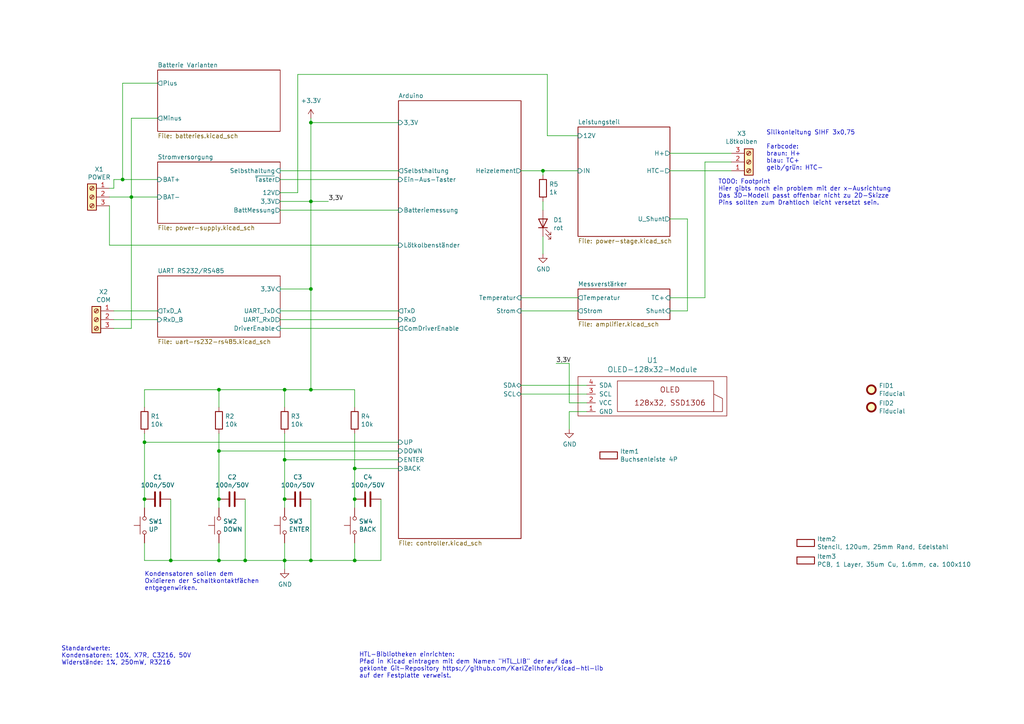
<source format=kicad_sch>
(kicad_sch (version 20211123) (generator eeschema)
  (paper "A4")
  (title_block (title "HTL Lötregler Mini") (date "2021-09-22") (rev "22.0.0-dev") (company "HTL Steyr") (comment 1 "Prof. Karl Zeilhofer et al."))
  (lib_symbols
    (symbol "Connector:Screw_Terminal_01x03" (pin_names (offset 1.016) hide)
      (property "Reference" "J" (at 0 5.08 0))
      (property "Value" "Screw_Terminal_01x03" (at 0 -5.08 0))
      (symbol "Screw_Terminal_01x03_1_1"
        (rectangle (start -1.27 3.81) (end 1.27 -3.81) (stroke (width 0.254)) (fill (type background)))
        (circle (center 0 -2.54) (radius 0.635) (stroke (width 0.1524)))
        (polyline (pts (xy -0.5334 -2.2098) (xy 0.3302 -3.048)) (stroke (width 0.1524)))
        (polyline (pts (xy -0.5334 0.3302) (xy 0.3302 -0.508)) (stroke (width 0.1524)))
        (polyline (pts (xy -0.5334 2.8702) (xy 0.3302 2.032)) (stroke (width 0.1524)))
        (polyline (pts (xy -0.3556 -2.032) (xy 0.508 -2.8702)) (stroke (width 0.1524)))
        (polyline (pts (xy -0.3556 0.508) (xy 0.508 -0.3302)) (stroke (width 0.1524)))
        (polyline (pts (xy -0.3556 3.048) (xy 0.508 2.2098)) (stroke (width 0.1524)))
        (circle (center 0 0) (radius 0.635) (stroke (width 0.1524)))
        (circle (center 0 2.54) (radius 0.635) (stroke (width 0.1524)))
        (pin passive line (at -5.08 2.54 0) (length 3.81) (name "Pin_1") (number "1"))
        (pin passive line (at -5.08 0 0) (length 3.81) (name "Pin_2") (number "2"))
        (pin passive line (at -5.08 -2.54 0) (length 3.81) (name "Pin_3") (number "3"))
      )
    )
    (symbol "Device:C" (pin_numbers hide) (pin_names (offset 0.254))
      (property "Reference" "C" (at 0.635 2.54 0))
      (property "Value" "C" (at 0.635 -2.54 0))
      (symbol "C_0_1"
        (polyline (pts (xy -2.032 -0.762) (xy 2.032 -0.762)) (stroke (width 0.508)))
        (polyline (pts (xy -2.032 0.762) (xy 2.032 0.762)) (stroke (width 0.508)))
      )
      (symbol "C_1_1"
        (pin passive line (at 0 3.81 270) (length 2.794) (name "~") (number "1"))
        (pin passive line (at 0 -3.81 90) (length 2.794) (name "~") (number "2"))
      )
    )
    (symbol "Device:LED" (pin_numbers hide) (pin_names (offset 1.016) hide)
      (property "Reference" "D" (at 0 2.54 0))
      (property "Value" "LED" (at 0 -2.54 0))
      (symbol "LED_0_1"
        (polyline (pts (xy -1.27 -1.27) (xy -1.27 1.27)) (stroke (width 0.254)))
        (polyline (pts (xy -1.27 0) (xy 1.27 0)))
        (polyline (pts (xy 1.27 -1.27) (xy 1.27 1.27) (xy -1.27 0) (xy 1.27 -1.27)) (stroke (width 0.254)))
        (polyline (pts (xy -3.048 -0.762) (xy -4.572 -2.286) (xy -3.81 -2.286) (xy -4.572 -2.286) (xy -4.572 -1.524)))
        (polyline (pts (xy -1.778 -0.762) (xy -3.302 -2.286) (xy -2.54 -2.286) (xy -3.302 -2.286) (xy -3.302 -1.524)))
      )
      (symbol "LED_1_1"
        (pin passive line (at -3.81 0 0) (length 2.54) (name "K") (number "1"))
        (pin passive line (at 3.81 0 180) (length 2.54) (name "A") (number "2"))
      )
    )
    (symbol "Device:R" (pin_numbers hide) (pin_names (offset 0))
      (property "Reference" "R" (at 2.032 0 90))
      (property "Value" "R" (at 0 0 90))
      (symbol "R_0_1"
        (rectangle (start -1.016 -2.54) (end 1.016 2.54) (stroke (width 0.254)))
      )
      (symbol "R_1_1"
        (pin passive line (at 0 3.81 270) (length 1.27) (name "~") (number "1"))
        (pin passive line (at 0 -3.81 90) (length 1.27) (name "~") (number "2"))
      )
    )
    (symbol "Mechanical:Fiducial"
      (property "Reference" "FID" (at 0 5.08 0))
      (property "Value" "Fiducial" (at 0 3.175 0))
      (symbol "Fiducial_0_1"
        (circle (center 0 0) (radius 1.27) (stroke (width 0.508)) (fill (type background)))
      )
    )
    (symbol "Switch:SW_Push" (pin_numbers hide) (pin_names (offset 1.016) hide)
      (property "Reference" "SW" (at 1.27 2.54 0))
      (property "Value" "SW_Push" (at 0 -1.524 0))
      (symbol "SW_Push_0_1"
        (circle (center -2.032 0) (radius 0.508))
        (polyline (pts (xy 0 1.27) (xy 0 3.048)))
        (polyline (pts (xy 2.54 1.27) (xy -2.54 1.27)))
        (circle (center 2.032 0) (radius 0.508))
        (pin passive line (at -5.08 0 0) (length 2.54) (name "1") (number "1"))
        (pin passive line (at 5.08 0 180) (length 2.54) (name "2") (number "2"))
      )
    )
    (symbol "htl_modules:OLED-128x32-Module" (pin_names (offset 1.016))
      (property "Reference" "U" (at -19.05 7.62 0))
      (property "Value" "OLED-128x32-Module" (at -1.27 -8.89 0))
      (symbol "OLED-128x32-Module_0_0"
        (text "128x32, SSD1306" (at 5.08 -2.54 0) (effects (font (size 1.524 1.524))))
        (text "OLED" (at 5.08 1.27 0) (effects (font (size 1.524 1.524))))
      )
      (symbol "OLED-128x32-Module_0_1"
        (rectangle (start -21.59 5.08) (end 21.59 -6.35))
        (rectangle (start -10.16 3.81) (end 17.78 -5.08))
        (polyline (pts (xy 17.78 -5.08) (xy 20.32 -5.08) (xy 20.32 -1.27) (xy 17.78 0)))
      )
      (symbol "OLED-128x32-Module_1_1"
        (pin power_in line (at -19.05 -5.08 0) (length 2.54) (name "GND") (number "1"))
        (pin power_in line (at -19.05 -2.54 0) (length 2.54) (name "VCC") (number "2"))
        (pin bidirectional line (at -19.05 0 0) (length 2.54) (name "SCL") (number "3"))
        (pin bidirectional line (at -19.05 2.54 0) (length 2.54) (name "SDA") (number "4"))
      )
    )
    (symbol "htl_virtual:Item" (pin_numbers hide) (pin_names (offset 0))
      (property "Reference" "Item" (at 0 2.032 0))
      (property "Value" "Item" (at 0 0 0))
      (symbol "Item_0_1"
        (rectangle (start 2.54 -1.016) (end -2.54 1.016) (stroke (width 0.254)))
      )
    )
    (symbol "power:+3.3V" (power) (pin_names (offset 0))
      (property "Value" "+3.3V" (at 0 3.556 0))
      (symbol "+3.3V_0_1"
        (polyline (pts (xy -0.762 1.27) (xy 0 2.54)))
        (polyline (pts (xy 0 0) (xy 0 2.54)))
        (polyline (pts (xy 0 2.54) (xy 0.762 1.27)))
      )
      (symbol "+3.3V_1_1"
        (pin power_in line (at 0 0 90) (length 0) hide (name "+3.3V") (number "1"))
      )
    )
    (symbol "power:GND" (power) (pin_names (offset 0))
      (property "Value" "GND" (at 0 -3.81 0))
      (symbol "GND_0_1"
        (polyline (pts (xy 0 0) (xy 0 -1.27) (xy 1.27 -1.27) (xy 0 -2.54) (xy -1.27 -1.27) (xy 0 -1.27)))
      )
      (symbol "GND_1_1"
        (pin power_in line (at 0 0 270) (length 0) hide (name "GND") (number "1"))
      )
    )
  )
  (junction (at 63.5 144.78))
  (junction (at 102.87 135.89))
  (junction (at 49.53 162.56))
  (junction (at 102.87 162.56))
  (junction (at 63.5 130.81))
  (junction (at 102.87 144.78))
  (junction (at 157.48 49.53))
  (junction (at 82.55 162.56))
  (junction (at 82.55 113.03))
  (junction (at 38.1 57.15))
  (junction (at 82.55 144.78))
  (junction (at 82.55 133.35))
  (junction (at 63.5 113.03))
  (junction (at 35.56 52.07))
  (junction (at 63.5 162.56))
  (junction (at 90.17 113.03))
  (junction (at 41.91 128.27))
  (junction (at 90.17 162.56))
  (junction (at 90.17 83.82))
  (junction (at 41.91 144.78))
  (junction (at 90.17 35.56))
  (junction (at 71.12 162.56))
  (junction (at 90.17 58.42))
  (wire (pts (xy 199.39 63.5) (xy 199.39 90.17)))
  (wire (pts (xy 81.28 95.25) (xy 115.57 95.25)))
  (wire (pts (xy 82.55 157.48) (xy 82.55 162.56)))
  (wire (pts (xy 165.1 124.46) (xy 165.1 119.38)))
  (wire (pts (xy 82.55 133.35) (xy 115.57 133.35)))
  (wire (pts (xy 31.75 71.12) (xy 115.57 71.12)))
  (wire (pts (xy 102.87 125.73) (xy 102.87 135.89)))
  (wire (pts (xy 81.28 92.71) (xy 115.57 92.71)))
  (wire (pts (xy 81.28 90.17) (xy 115.57 90.17)))
  (wire (pts (xy 63.5 125.73) (xy 63.5 130.81)))
  (wire (pts (xy 82.55 165.1) (xy 82.55 162.56)))
  (wire (pts (xy 81.28 60.96) (xy 115.57 60.96)))
  (wire (pts (xy 170.18 114.3) (xy 151.13 114.3)))
  (wire (pts (xy 90.17 35.56) (xy 90.17 58.42)))
  (wire (pts (xy 167.64 90.17) (xy 151.13 90.17)))
  (wire (pts (xy 33.02 52.07) (xy 35.56 52.07)))
  (wire (pts (xy 90.17 113.03) (xy 102.87 113.03)))
  (wire (pts (xy 90.17 162.56) (xy 102.87 162.56)))
  (wire (pts (xy 204.47 46.99) (xy 204.47 86.36)))
  (wire (pts (xy 194.31 63.5) (xy 199.39 63.5)))
  (wire (pts (xy 41.91 162.56) (xy 49.53 162.56)))
  (wire (pts (xy 90.17 144.78) (xy 90.17 162.56)))
  (wire (pts (xy 212.09 46.99) (xy 204.47 46.99)))
  (wire (pts (xy 82.55 144.78) (xy 82.55 147.32)))
  (wire (pts (xy 102.87 157.48) (xy 102.87 162.56)))
  (wire (pts (xy 90.17 58.42) (xy 95.25 58.42)))
  (wire (pts (xy 81.28 55.88) (xy 86.36 55.88)))
  (wire (pts (xy 115.57 35.56) (xy 90.17 35.56)))
  (wire (pts (xy 33.02 95.25) (xy 38.1 95.25)))
  (wire (pts (xy 41.91 113.03) (xy 41.91 118.11)))
  (wire (pts (xy 71.12 162.56) (xy 82.55 162.56)))
  (wire (pts (xy 49.53 144.78) (xy 49.53 162.56)))
  (wire (pts (xy 81.28 52.07) (xy 115.57 52.07)))
  (wire (pts (xy 161.29 105.41) (xy 165.1 105.41)))
  (wire (pts (xy 35.56 24.13) (xy 35.56 52.07)))
  (wire (pts (xy 41.91 157.48) (xy 41.91 162.56)))
  (wire (pts (xy 38.1 34.29) (xy 38.1 57.15)))
  (wire (pts (xy 38.1 95.25) (xy 38.1 57.15)))
  (wire (pts (xy 33.02 54.61) (xy 31.75 54.61)))
  (wire (pts (xy 157.48 50.8) (xy 157.48 49.53)))
  (wire (pts (xy 167.64 49.53) (xy 157.48 49.53)))
  (wire (pts (xy 102.87 144.78) (xy 102.87 147.32)))
  (wire (pts (xy 31.75 59.69) (xy 31.75 71.12)))
  (wire (pts (xy 90.17 83.82) (xy 90.17 113.03)))
  (wire (pts (xy 49.53 162.56) (xy 63.5 162.56)))
  (wire (pts (xy 63.5 130.81) (xy 115.57 130.81)))
  (wire (pts (xy 82.55 113.03) (xy 82.55 118.11)))
  (wire (pts (xy 41.91 128.27) (xy 41.91 144.78)))
  (wire (pts (xy 63.5 162.56) (xy 71.12 162.56)))
  (wire (pts (xy 81.28 58.42) (xy 90.17 58.42)))
  (wire (pts (xy 194.31 49.53) (xy 212.09 49.53)))
  (wire (pts (xy 170.18 111.76) (xy 151.13 111.76)))
  (wire (pts (xy 33.02 90.17) (xy 45.72 90.17)))
  (wire (pts (xy 90.17 34.29) (xy 90.17 35.56)))
  (wire (pts (xy 71.12 144.78) (xy 71.12 162.56)))
  (wire (pts (xy 102.87 135.89) (xy 115.57 135.89)))
  (wire (pts (xy 158.75 39.37) (xy 167.64 39.37)))
  (wire (pts (xy 158.75 21.59) (xy 158.75 39.37)))
  (wire (pts (xy 165.1 119.38) (xy 170.18 119.38)))
  (wire (pts (xy 82.55 133.35) (xy 82.55 144.78)))
  (wire (pts (xy 63.5 157.48) (xy 63.5 162.56)))
  (wire (pts (xy 170.18 116.84) (xy 165.1 116.84)))
  (wire (pts (xy 45.72 34.29) (xy 38.1 34.29)))
  (wire (pts (xy 157.48 68.58) (xy 157.48 73.66)))
  (wire (pts (xy 41.91 125.73) (xy 41.91 128.27)))
  (wire (pts (xy 41.91 128.27) (xy 115.57 128.27)))
  (wire (pts (xy 31.75 57.15) (xy 38.1 57.15)))
  (wire (pts (xy 33.02 52.07) (xy 33.02 54.61)))
  (wire (pts (xy 41.91 113.03) (xy 63.5 113.03)))
  (wire (pts (xy 165.1 116.84) (xy 165.1 105.41)))
  (wire (pts (xy 194.31 44.45) (xy 212.09 44.45)))
  (wire (pts (xy 45.72 24.13) (xy 35.56 24.13)))
  (wire (pts (xy 90.17 58.42) (xy 90.17 83.82)))
  (wire (pts (xy 38.1 57.15) (xy 45.72 57.15)))
  (wire (pts (xy 45.72 92.71) (xy 33.02 92.71)))
  (wire (pts (xy 82.55 162.56) (xy 90.17 162.56)))
  (wire (pts (xy 63.5 130.81) (xy 63.5 144.78)))
  (wire (pts (xy 199.39 90.17) (xy 194.31 90.17)))
  (wire (pts (xy 81.28 83.82) (xy 90.17 83.82)))
  (wire (pts (xy 110.49 162.56) (xy 102.87 162.56)))
  (wire (pts (xy 167.64 86.36) (xy 151.13 86.36)))
  (wire (pts (xy 82.55 125.73) (xy 82.55 133.35)))
  (wire (pts (xy 86.36 21.59) (xy 86.36 55.88)))
  (wire (pts (xy 102.87 113.03) (xy 102.87 118.11)))
  (wire (pts (xy 63.5 113.03) (xy 82.55 113.03)))
  (wire (pts (xy 110.49 144.78) (xy 110.49 162.56)))
  (wire (pts (xy 86.36 21.59) (xy 158.75 21.59)))
  (wire (pts (xy 204.47 86.36) (xy 194.31 86.36)))
  (wire (pts (xy 157.48 58.42) (xy 157.48 60.96)))
  (wire (pts (xy 63.5 113.03) (xy 63.5 118.11)))
  (wire (pts (xy 157.48 49.53) (xy 151.13 49.53)))
  (wire (pts (xy 63.5 144.78) (xy 63.5 147.32)))
  (wire (pts (xy 35.56 52.07) (xy 45.72 52.07)))
  (wire (pts (xy 102.87 135.89) (xy 102.87 144.78)))
  (wire (pts (xy 81.28 49.53) (xy 115.57 49.53)))
  (wire (pts (xy 82.55 113.03) (xy 90.17 113.03)))
  (wire (pts (xy 41.91 144.78) (xy 41.91 147.32)))
  (text "TODO: Footprint\nHier gibts noch ein problem mit der x-Ausrichtung\nDas 3D-Modell passt offenbar nicht zu 2D-Skizze\nPins sollten zum Drahtloch leicht versetzt sein." (at 208.28 59.69 0) (effects (font (size 1.27 1.27)) (justify left bottom)))
  (text "Standardwerte:\nKondensatoren: 10%, X7R, C3216, 50V\nWiderstände: 1%, 250mW, R3216" (at 17.78 193.04 0) (effects (font (size 1.27 1.27)) (justify left bottom)))
  (text "HTL-Bibliotheken einrichten:\nPfad in Kicad eintragen mit dem Namen \"HTL_LIB\" der auf das \ngeklonte Git-Repository https://github.com/KarlZeilhofer/kicad-htl-lib \nauf der Festplatte verweist. " (at 104.14 196.85 0) (effects (font (size 1.27 1.27)) (justify left bottom)))
  (text "Silikonleitung SIHF 3x0,75\n\nFarbcode:\nbraun: H+\nblau: TC+\ngelb/grün: HTC-" (at 222.25 49.53 0) (effects (font (size 1.27 1.27)) (justify left bottom)))
  (text "Kondensatoren sollen dem\nOxidieren der Schaltkontaktfächen\nentgegenwirken. " (at 41.91 171.45 0) (effects (font (size 1.27 1.27)) (justify left bottom)))
  (label "3,3V" (at 161.29 105.41 0))
  (label "3,3V" (at 95.25 58.42 0))
  (symbol (lib_id "Connector:Screw_Terminal_01x03") (at 217.17 46.99 0) (mirror x) (unit 1)
    (property "Reference" "X3" (at 215.0872 38.735 0))
    (property "Value" "Lötkolben" (at 215.0872 41.0464 0))
    (property "Footprint" "htl_connectors:Federklemme_KF142_3P_P5.08mm_C475145" (effects hide))
    (property "Datasheet" "https://datasheet.lcsc.com/lcsc/2001151504_Cixi-Kefa-Elec-KF142R-5-08-3P_C475145.pdf" (effects hide))
    (property "DistOrderNr" "C475145" (effects hide))
    (property "Distributor" "LCSC" (effects hide))
    (property "PriceEUR" "0.1347" (effects hide))
    (property "PriceForQty" "100" (effects hide))
    (property "Notes" "3 poles, 5.08mm, 15A 250V AWG14~22 1.5mm² P=5.08mm Spring Clamp System Terminal Block" (effects hide))
    (property "ManPartNr" "KF142R-5.08-3P" (effects hide))
    (property "Manufacturer" "Cixi Kefa Elec" (effects hide))
  )
  (symbol (lib_id "Connector:Screw_Terminal_01x03") (at 27.94 92.71 0) (mirror y) (unit 1)
    (property "Reference" "X2" (at 30.0228 84.6582 0))
    (property "Value" "COM" (at 30.0228 86.9696 0))
    (property "Footprint" "htl_connectors:Federklemme_KF142_3P_P5.08mm_C475145" (effects hide))
    (property "Datasheet" "https://datasheet.lcsc.com/lcsc/2001151504_Cixi-Kefa-Elec-KF142R-5-08-3P_C475145.pdf" (effects hide))
    (property "DistOrderNr" "C475145" (effects hide))
    (property "Distributor" "LCSC" (effects hide))
    (property "PriceEUR" "0.1347" (effects hide))
    (property "PriceForQty" "100" (effects hide))
    (property "Notes" "3 poles, 5.08mm, 15A 250V AWG14~22 1.5mm² P=5.08mm Spring Clamp System Terminal Block" (effects hide))
    (property "ManPartNr" "KF142R-5.08-3P" (effects hide))
    (property "Manufacturer" "Cixi Kefa Elec" (effects hide))
  )
  (symbol (lib_id "Switch:SW_Push") (at 82.55 152.4 90) (unit 1)
    (property "Reference" "SW3" (at 83.7692 151.2316 90) (effects (justify right)))
    (property "Value" "ENTER" (at 83.7692 153.543 90) (effects (justify right)))
    (property "Footprint" "htl_smd:SW_Push_5.1mm_H1.5mm" (effects hide))
    (property "Datasheet" "https://datasheet.lcsc.com/lcsc/2002271431_XKB-Connectivity-TS-1187A-B-A-B_C318884.pdf" (effects hide))
    (property "DistOrderNr" "C318884" (effects hide))
    (property "Distributor" "LCSC" (effects hide))
    (property "ManPartNr" "TS-1187A-B-A-B" (effects hide))
    (property "Manufacturer" "XKB Connectivity" (effects hide))
    (property "Notes" "SPST 50mA @ 12VDC Vertical Round Button 160gf SMD Tactile Switches" (effects hide))
    (property "PriceEUR" "0.01" (effects hide))
    (property "PriceForQty" "500" (effects hide))
  )
  (symbol (lib_id "Switch:SW_Push") (at 102.87 152.4 90) (unit 1)
    (property "Reference" "SW4" (at 104.0892 151.2316 90) (effects (justify right)))
    (property "Value" "BACK" (at 104.0892 153.543 90) (effects (justify right)))
    (property "Footprint" "htl_smd:SW_Push_5.1mm_H1.5mm" (effects hide))
    (property "Datasheet" "https://datasheet.lcsc.com/lcsc/2002271431_XKB-Connectivity-TS-1187A-B-A-B_C318884.pdf" (effects hide))
    (property "DistOrderNr" "C318884" (effects hide))
    (property "Distributor" "LCSC" (effects hide))
    (property "ManPartNr" "TS-1187A-B-A-B" (effects hide))
    (property "Manufacturer" "XKB Connectivity" (effects hide))
    (property "Notes" "SPST 50mA @ 12VDC Vertical Round Button 160gf SMD Tactile Switches" (effects hide))
    (property "PriceEUR" "0.01" (effects hide))
    (property "PriceForQty" "500" (effects hide))
  )
  (symbol (lib_id "Device:R") (at 82.55 121.92 0) (unit 1)
    (property "Reference" "R3" (at 84.328 120.7516 0) (effects (justify left)))
    (property "Value" "10k" (at 84.328 123.063 0) (effects (justify left)))
    (property "Footprint" "Resistor_SMD:R_1206_3216Metric" (effects hide))
    (property "Datasheet" "https://datasheet.lcsc.com/lcsc/1810301936_FH--Guangdong-Fenghua-Advanced-Tech-RS-06K103JT_C118075.pdf" (effects hide))
    (property "PriceEUR" "0.01" (effects hide))
    (property "DistOrderNr" "C118075" (effects hide))
    (property "Distributor" "LCSC" (effects hide))
    (property "Notes" "10kΩ ±5% 0.25W ±100ppm/℃ 3216 Chip Resistor" (effects hide))
    (property "ManPartNr" "RS-06K103JT" (effects hide))
    (property "Manufacturer" "FH (Guangdong Fenghua Advanced Tech)" (effects hide))
  )
  (symbol (lib_id "Device:R") (at 102.87 121.92 0) (unit 1)
    (property "Reference" "R4" (at 104.648 120.7516 0) (effects (justify left)))
    (property "Value" "10k" (at 104.648 123.063 0) (effects (justify left)))
    (property "Footprint" "Resistor_SMD:R_1206_3216Metric" (effects hide))
    (property "Datasheet" "https://datasheet.lcsc.com/lcsc/1810301936_FH--Guangdong-Fenghua-Advanced-Tech-RS-06K103JT_C118075.pdf" (effects hide))
    (property "PriceEUR" "0.01" (effects hide))
    (property "DistOrderNr" "C118075" (effects hide))
    (property "Distributor" "LCSC" (effects hide))
    (property "Notes" "10kΩ ±5% 0.25W ±100ppm/℃ 3216 Chip Resistor" (effects hide))
    (property "ManPartNr" "RS-06K103JT" (effects hide))
    (property "Manufacturer" "FH (Guangdong Fenghua Advanced Tech)" (effects hide))
  )
  (symbol (lib_id "power:GND") (at 82.55 165.1 0) (unit 1)
    (property "Reference" "#PWR01" (effects hide))
    (property "Value" "GND" (at 82.677 169.4942 0))
  )
  (symbol (lib_id "Switch:SW_Push") (at 41.91 152.4 90) (unit 1)
    (property "Reference" "SW1" (at 43.1292 151.2316 90) (effects (justify right)))
    (property "Value" "UP" (at 43.1292 153.543 90) (effects (justify right)))
    (property "Footprint" "htl_smd:SW_Push_5.1mm_H1.5mm" (effects hide))
    (property "Datasheet" "https://datasheet.lcsc.com/lcsc/2002271431_XKB-Connectivity-TS-1187A-B-A-B_C318884.pdf" (effects hide))
    (property "DistOrderNr" "C318884" (effects hide))
    (property "Distributor" "LCSC" (effects hide))
    (property "ManPartNr" "TS-1187A-B-A-B" (effects hide))
    (property "Manufacturer" "XKB Connectivity" (effects hide))
    (property "Notes" "SPST 50mA @ 12VDC Vertical Round Button 160gf SMD Tactile Switches" (effects hide))
    (property "PriceEUR" "0.01" (effects hide))
    (property "PriceForQty" "500" (effects hide))
  )
  (symbol (lib_id "Switch:SW_Push") (at 63.5 152.4 90) (unit 1)
    (property "Reference" "SW2" (at 64.7192 151.2316 90) (effects (justify right)))
    (property "Value" "DOWN" (at 64.7192 153.543 90) (effects (justify right)))
    (property "Footprint" "htl_smd:SW_Push_5.1mm_H1.5mm" (effects hide))
    (property "Datasheet" "https://datasheet.lcsc.com/lcsc/2002271431_XKB-Connectivity-TS-1187A-B-A-B_C318884.pdf" (effects hide))
    (property "DistOrderNr" "C318884" (effects hide))
    (property "Distributor" "LCSC" (effects hide))
    (property "ManPartNr" "TS-1187A-B-A-B" (effects hide))
    (property "Manufacturer" "XKB Connectivity" (effects hide))
    (property "Notes" "SPST 50mA @ 12VDC Vertical Round Button 160gf SMD Tactile Switches" (effects hide))
    (property "PriceEUR" "0.01" (effects hide))
    (property "PriceForQty" "500" (effects hide))
  )
  (symbol (lib_id "Device:R") (at 41.91 121.92 0) (unit 1)
    (property "Reference" "R1" (at 43.688 120.7516 0) (effects (justify left)))
    (property "Value" "10k" (at 43.688 123.063 0) (effects (justify left)))
    (property "Footprint" "Resistor_SMD:R_1206_3216Metric" (effects hide))
    (property "Datasheet" "https://datasheet.lcsc.com/lcsc/1810301936_FH--Guangdong-Fenghua-Advanced-Tech-RS-06K103JT_C118075.pdf" (effects hide))
    (property "PriceEUR" "0.01" (effects hide))
    (property "DistOrderNr" "C118075" (effects hide))
    (property "Distributor" "LCSC" (effects hide))
    (property "Notes" "10kΩ ±5% 0.25W ±100ppm/℃ 3216 Chip Resistor" (effects hide))
    (property "ManPartNr" "RS-06K103JT" (effects hide))
    (property "Manufacturer" "FH (Guangdong Fenghua Advanced Tech)" (effects hide))
  )
  (symbol (lib_id "Device:R") (at 63.5 121.92 0) (unit 1)
    (property "Reference" "R2" (at 65.278 120.7516 0) (effects (justify left)))
    (property "Value" "10k" (at 65.278 123.063 0) (effects (justify left)))
    (property "Footprint" "Resistor_SMD:R_1206_3216Metric" (effects hide))
    (property "Datasheet" "https://datasheet.lcsc.com/lcsc/1810301936_FH--Guangdong-Fenghua-Advanced-Tech-RS-06K103JT_C118075.pdf" (effects hide))
    (property "PriceEUR" "0.01" (effects hide))
    (property "DistOrderNr" "C118075" (effects hide))
    (property "Distributor" "LCSC" (effects hide))
    (property "Notes" "10kΩ ±5% 0.25W ±100ppm/℃ 3216 Chip Resistor" (effects hide))
    (property "ManPartNr" "RS-06K103JT" (effects hide))
    (property "Manufacturer" "FH (Guangdong Fenghua Advanced Tech)" (effects hide))
  )
  (symbol (lib_id "Device:LED") (at 157.48 64.77 90) (unit 1)
    (property "Reference" "D1" (at 160.4772 63.7794 90) (effects (justify right)))
    (property "Value" "rot" (at 160.4772 66.0908 90) (effects (justify right)))
    (property "Footprint" "LED_SMD:LED_1206_3216Metric" (effects hide))
    (property "Datasheet" "https://datasheet.lcsc.com/lcsc/2101041032_XINGLIGHT-XL-3216UOC_C965823.pdf" (effects hide))
    (property "DistOrderNr" "C965823" (effects hide))
    (property "Distributor" "LCSC" (effects hide))
    (property "Notes" "LED, red, SMD" (effects hide))
    (property "PriceEUR" "0.0079" (effects hide))
    (property "PriceForQty" "50" (effects hide))
    (property "ManPartNr" "XL-3216UOC" (effects hide))
    (property "Manufacturer" "XINGLIGHT" (effects hide))
  )
  (symbol (lib_id "Device:R") (at 157.48 54.61 0) (unit 1)
    (property "Reference" "R5" (at 159.258 53.4416 0) (effects (justify left)))
    (property "Value" "1k" (at 159.258 55.753 0) (effects (justify left)))
    (property "Footprint" "Resistor_SMD:R_1206_3216Metric" (effects hide))
    (property "Datasheet" "https://datasheet.lcsc.com/lcsc/1811081842_RALEC-RTT06102JTP_C104601.pdf" (effects hide))
    (property "PriceEUR" "0.0042" (effects hide))
    (property "DistOrderNr" "C104601" (effects hide))
    (property "Distributor" "LCSC" (effects hide))
    (property "ManPartNr" "RTT03101JTP" (effects hide))
    (property "Manufacturer" "Ralec" (effects hide))
    (property "Notes" "1kΩ ±5% 0.25W ±100ppm/℃ 1206 Chip Resistor" (effects hide))
    (property "PriceForQty" "50" (effects hide))
  )
  (symbol (lib_id "power:GND") (at 157.48 73.66 0) (unit 1)
    (property "Reference" "#PWR03" (effects hide))
    (property "Value" "GND" (at 157.607 78.0542 0))
  )
  (symbol (lib_id "Device:C") (at 45.72 144.78 270) (unit 1)
    (property "Reference" "C1" (at 45.72 138.3792 90))
    (property "Value" "100n/50V" (at 45.72 140.6906 90))
    (property "Footprint" "Capacitor_SMD:C_1206_3216Metric" (effects hide))
    (property "Datasheet" "https://datasheet.lcsc.com/szlcsc/1811151136_Walsin-Tech-Corp-0603B104K160CT_C80516.pdf" (effects hide))
    (property "DistOrderNr" "C464972" (effects hide))
    (property "Distributor" "LCSC" (effects hide))
    (property "ManPartNr" "FN31X104K500PXG" (effects hide))
    (property "Manufacturer" "PSA(Prosperity Dielectrics)" (effects hide))
    (property "Notes" "100nF ±10% 50V X7R Multilayer Ceramic Capacitors MLCC" (effects hide))
    (property "PriceEUR" "0.0093" (effects hide))
    (property "PriceForQty" "500" (effects hide))
  )
  (symbol (lib_id "Device:C") (at 67.31 144.78 270) (unit 1)
    (property "Reference" "C2" (at 67.31 138.3792 90))
    (property "Value" "100n/50V" (at 67.31 140.6906 90))
    (property "Footprint" "Capacitor_SMD:C_1206_3216Metric" (effects hide))
    (property "Datasheet" "https://datasheet.lcsc.com/szlcsc/1811151136_Walsin-Tech-Corp-0603B104K160CT_C80516.pdf" (effects hide))
    (property "DistOrderNr" "C464972" (effects hide))
    (property "Distributor" "LCSC" (effects hide))
    (property "ManPartNr" "FN31X104K500PXG" (effects hide))
    (property "Manufacturer" "PSA(Prosperity Dielectrics)" (effects hide))
    (property "Notes" "100nF ±10% 50V X7R Multilayer Ceramic Capacitors MLCC" (effects hide))
    (property "PriceEUR" "0.0093" (effects hide))
    (property "PriceForQty" "500" (effects hide))
  )
  (symbol (lib_id "Device:C") (at 86.36 144.78 270) (unit 1)
    (property "Reference" "C3" (at 86.36 138.3792 90))
    (property "Value" "100n/50V" (at 86.36 140.6906 90))
    (property "Footprint" "Capacitor_SMD:C_1206_3216Metric" (effects hide))
    (property "Datasheet" "https://datasheet.lcsc.com/szlcsc/1811151136_Walsin-Tech-Corp-0603B104K160CT_C80516.pdf" (effects hide))
    (property "DistOrderNr" "C464972" (effects hide))
    (property "Distributor" "LCSC" (effects hide))
    (property "ManPartNr" "FN31X104K500PXG" (effects hide))
    (property "Manufacturer" "PSA(Prosperity Dielectrics)" (effects hide))
    (property "Notes" "100nF ±10% 50V X7R Multilayer Ceramic Capacitors MLCC" (effects hide))
    (property "PriceEUR" "0.0093" (effects hide))
    (property "PriceForQty" "500" (effects hide))
  )
  (symbol (lib_id "Device:C") (at 106.68 144.78 270) (unit 1)
    (property "Reference" "C4" (at 106.68 138.3792 90))
    (property "Value" "100n/50V" (at 106.68 140.6906 90))
    (property "Footprint" "Capacitor_SMD:C_1206_3216Metric" (effects hide))
    (property "Datasheet" "https://datasheet.lcsc.com/szlcsc/1811151136_Walsin-Tech-Corp-0603B104K160CT_C80516.pdf" (effects hide))
    (property "DistOrderNr" "C464972" (effects hide))
    (property "Distributor" "LCSC" (effects hide))
    (property "ManPartNr" "FN31X104K500PXG" (effects hide))
    (property "Manufacturer" "PSA(Prosperity Dielectrics)" (effects hide))
    (property "Notes" "100nF ±10% 50V X7R Multilayer Ceramic Capacitors MLCC" (effects hide))
    (property "PriceEUR" "0.0093" (effects hide))
    (property "PriceForQty" "500" (effects hide))
  )
  (symbol (lib_id "htl_modules:OLED-128x32-Module") (at 189.23 114.3 0) (unit 1)
    (property "Reference" "U1" (at 189.23 104.4702 0) (effects (font (size 1.524 1.524))))
    (property "Value" "OLED-128x32-Module" (at 189.23 107.1626 0) (effects (font (size 1.524 1.524))))
    (property "Footprint" "htl_modules:OLED-128x32" (effects hide))
    (property "Distributor" "AliExpress, SAMIORE Store" (effects hide))
    (property "PriceEUR" "1.38" (effects hide))
    (property "PriceForQty" "100" (effects hide))
    (property "Notes" "OLED, 128x32, 23mm, I2C, 3.3/5V, weiß, SSD1306" (effects hide))
    (property "DistOrderNr" "OLED_128x64_white" (effects hide))
  )
  (symbol (lib_id "power:GND") (at 165.1 124.46 0) (unit 1)
    (property "Reference" "#PWR04" (effects hide))
    (property "Value" "GND" (at 165.227 128.8542 0))
  )
  (symbol (lib_id "htl_virtual:Item") (at 233.68 162.56 0) (unit 1)
    (property "Reference" "Item3" (at 236.982 161.3916 0) (effects (justify left)))
    (property "Value" "PCB, 1 Layer, 35um Cu, 1.6mm, ca. 100x110" (at 236.982 163.703 0) (effects (justify left)))
    (property "Footprint" "htl_virtual:Virtual-Item" (effects hide))
    (property "DistOrderNr" "Custom2" (effects hide))
    (property "Distributor" "Multi-CB" (effects hide))
    (property "Manufacturer" "Multi-CB" (effects hide))
    (property "PriceEUR" "3.55" (effects hide))
    (property "PriceForQty" "40" (effects hide))
  )
  (symbol (lib_id "htl_virtual:Item") (at 233.68 157.48 0) (unit 1)
    (property "Reference" "Item2" (at 236.982 156.3116 0) (effects (justify left)))
    (property "Value" "Stencil, 120um, 25mm Rand, Edelstahl" (at 236.982 158.623 0) (effects (justify left)))
    (property "Footprint" "htl_virtual:Virtual-Item" (effects hide))
    (property "DistOrderNr" "Custom1" (effects hide))
    (property "Distributor" "Multi-CB" (effects hide))
    (property "Manufacturer" "Multi-CB" (effects hide))
    (property "PriceEUR" "0.53" (effects hide))
    (property "PriceForQty" "40" (effects hide))
  )
  (symbol (lib_id "Connector:Screw_Terminal_01x03") (at 26.67 57.15 0) (mirror y) (unit 1)
    (property "Reference" "X1" (at 28.7528 49.0982 0))
    (property "Value" "POWER" (at 28.7528 51.4096 0))
    (property "Footprint" "htl_connectors:Federklemme_KF142_3P_P5.08mm_C475145" (effects hide))
    (property "Datasheet" "https://datasheet.lcsc.com/lcsc/2001151504_Cixi-Kefa-Elec-KF142R-5-08-3P_C475145.pdf" (effects hide))
    (property "DistOrderNr" "C475145" (effects hide))
    (property "Distributor" "LCSC" (effects hide))
    (property "PriceEUR" "0.1347" (effects hide))
    (property "PriceForQty" "100" (effects hide))
    (property "Notes" "3 poles, 5.08mm, 15A 250V AWG14~22 1.5mm² P=5.08mm Spring Clamp System Terminal Block" (effects hide))
    (property "ManPartNr" "KF142R-5.08-3P" (effects hide))
    (property "Manufacturer" "Cixi Kefa Elec" (effects hide))
  )
  (symbol (lib_id "Mechanical:Fiducial") (at 252.73 118.11 0) (unit 1)
    (property "Reference" "FID2" (at 254.889 116.9416 0) (effects (justify left)))
    (property "Value" "Fiducial" (at 254.889 119.253 0) (effects (justify left)))
    (property "Footprint" "htl_mechanical:paste-fiducial" (effects hide))
    (property "Datasheet" "NAP" (effects hide))
    (property "DistOrderNr" "NAP" (effects hide))
    (property "Manufacturer" "NAP" (effects hide))
    (property "PriceEUR" "0.00" (effects hide))
    (property "Distributor" "NAP" (effects hide))
    (property "ManPartNr" "NAP" (effects hide))
    (property "Notes" "NAP" (effects hide))
  )
  (symbol (lib_id "Mechanical:Fiducial") (at 252.73 113.03 0) (unit 1)
    (property "Reference" "FID1" (at 254.889 111.8616 0) (effects (justify left)))
    (property "Value" "Fiducial" (at 254.889 114.173 0) (effects (justify left)))
    (property "Footprint" "htl_mechanical:paste-fiducial" (effects hide))
    (property "Datasheet" "NAP" (effects hide))
    (property "DistOrderNr" "NAP" (effects hide))
    (property "Manufacturer" "NAP" (effects hide))
    (property "PriceEUR" "0.00" (effects hide))
    (property "Distributor" "NAP" (effects hide))
    (property "ManPartNr" "NAP" (effects hide))
    (property "Notes" "NAP" (effects hide))
  )
  (symbol (lib_id "htl_virtual:Item") (at 176.53 132.08 0) (unit 1)
    (property "Reference" "Item1" (at 179.832 130.9116 0) (effects (justify left)))
    (property "Value" "Buchsenleiste 4P" (at 179.832 133.223 0) (effects (justify left)))
    (property "Footprint" "htl_virtual:Virtual-Item" (effects hide))
    (property "Manufacturer" "CJT(Changjiang Connectors)" (effects hide))
    (property "ManPartNr" "A2541HWV-4P" (effects hide))
    (property "Distributor" "LCSC" (effects hide))
    (property "DistOrderNr" "C225501" (effects hide))
    (property "PriceEUR" "0.0517" (effects hide))
    (property "PriceForQty" "50" (effects hide))
    (property "Notes" "Buchsenleiste, 8.5mm hoch, 2.54mm Raster" (effects hide))
  )
  (symbol (lib_id "power:+3.3V") (at 90.17 34.29 0) (unit 1)
    (property "Reference" "#PWR0101" (effects hide))
    (property "Value" "+3.3V" (at 90.17 29.21 0))
  )
  (sheet (at 115.57 29.21) (size 35.56 127)
    (property "Sheet name" "Arduino" (at 115.57 28.4984 0) (effects (justify left bottom)))
    (property "Sheet file" "controller.kicad_sch" (at 115.57 156.7946 0) (effects (justify left top)))
    (pin "Selbsthaltung" output (at 115.57 49.53 180))
    (pin "Heizelement" output (at 151.13 49.53 0))
    (pin "Temperatur" input (at 151.13 86.36 0))
    (pin "Batteriemessung" input (at 115.57 60.96 180))
    (pin "Ein-Aus-Taster" input (at 115.57 52.07 180))
    (pin "Strom" input (at 151.13 90.17 0))
    (pin "3,3V" input (at 115.57 35.56 180))
    (pin "UP" input (at 115.57 128.27 180))
    (pin "DOWN" input (at 115.57 130.81 180))
    (pin "ENTER" input (at 115.57 133.35 180))
    (pin "BACK" input (at 115.57 135.89 180))
    (pin "RxD" input (at 115.57 92.71 180))
    (pin "TxD" output (at 115.57 90.17 180))
    (pin "SCL" bidirectional (at 151.13 114.3 0))
    (pin "SDA" bidirectional (at 151.13 111.76 0))
    (pin "Lötkolbenständer" input (at 115.57 71.12 180))
    (pin "ComDriverEnable" output (at 115.57 95.25 180))
  )
  (sheet (at 167.64 83.82) (size 26.67 8.89)
    (property "Sheet name" "Messverstärker" (at 167.64 83.1084 0) (effects (justify left bottom)))
    (property "Sheet file" "amplifier.kicad_sch" (at 167.64 93.2946 0) (effects (justify left top)))
    (pin "TC+" input (at 194.31 86.36 0))
    (pin "Temperatur" output (at 167.64 86.36 180))
    (pin "Strom" output (at 167.64 90.17 180))
    (pin "Shunt" input (at 194.31 90.17 0))
  )
  (sheet (at 167.64 36.83) (size 26.67 31.75)
    (property "Sheet name" "Leistungsteil" (at 167.64 36.1184 0) (effects (justify left bottom)))
    (property "Sheet file" "power-stage.kicad_sch" (at 167.64 69.1646 0) (effects (justify left top)))
    (pin "12V" input (at 167.64 39.37 180))
    (pin "IN" input (at 167.64 49.53 180))
    (pin "U_Shunt" output (at 194.31 63.5 0))
    (pin "HTC-" output (at 194.31 49.53 0))
    (pin "H+" output (at 194.31 44.45 0))
  )
  (sheet (at 45.72 46.99) (size 35.56 17.78)
    (property "Sheet name" "Stromversorgung" (at 45.72 46.2784 0) (effects (justify left bottom)))
    (property "Sheet file" "power-supply.kicad_sch" (at 45.72 65.3546 0) (effects (justify left top)))
    (pin "Selbsthaltung" input (at 81.28 49.53 0))
    (pin "BAT+" input (at 45.72 52.07 180))
    (pin "BAT-" input (at 45.72 57.15 180))
    (pin "~{Taster}" output (at 81.28 52.07 0))
    (pin "12V" output (at 81.28 55.88 0))
    (pin "3,3V" output (at 81.28 58.42 0))
    (pin "BattMessung" output (at 81.28 60.96 0))
  )
  (sheet (at 45.72 80.01) (size 35.56 17.78)
    (property "Sheet name" "UART RS232/RS485" (at 45.72 79.2984 0) (effects (justify left bottom)))
    (property "Sheet file" "uart-rs232-rs485.kicad_sch" (at 45.72 98.3746 0) (effects (justify left top)))
    (pin "3,3V" input (at 81.28 83.82 0))
    (pin "UART_TxD" input (at 81.28 90.17 0))
    (pin "RxD_B" input (at 45.72 92.71 180))
    (pin "UART_RxD" output (at 81.28 92.71 0))
    (pin "DriverEnable" input (at 81.28 95.25 0))
    (pin "TxD_A" output (at 45.72 90.17 180))
  )
  (sheet (at 45.72 20.32) (size 35.56 17.78)
    (property "Sheet name" "Batterie Varianten" (at 45.72 19.6084 0) (effects (justify left bottom)))
    (property "Sheet file" "batteries.kicad_sch" (at 45.72 38.6846 0) (effects (justify left top)))
    (pin "Plus" output (at 45.72 24.13 180))
    (pin "Minus" output (at 45.72 34.29 180))
  )
)
</source>
